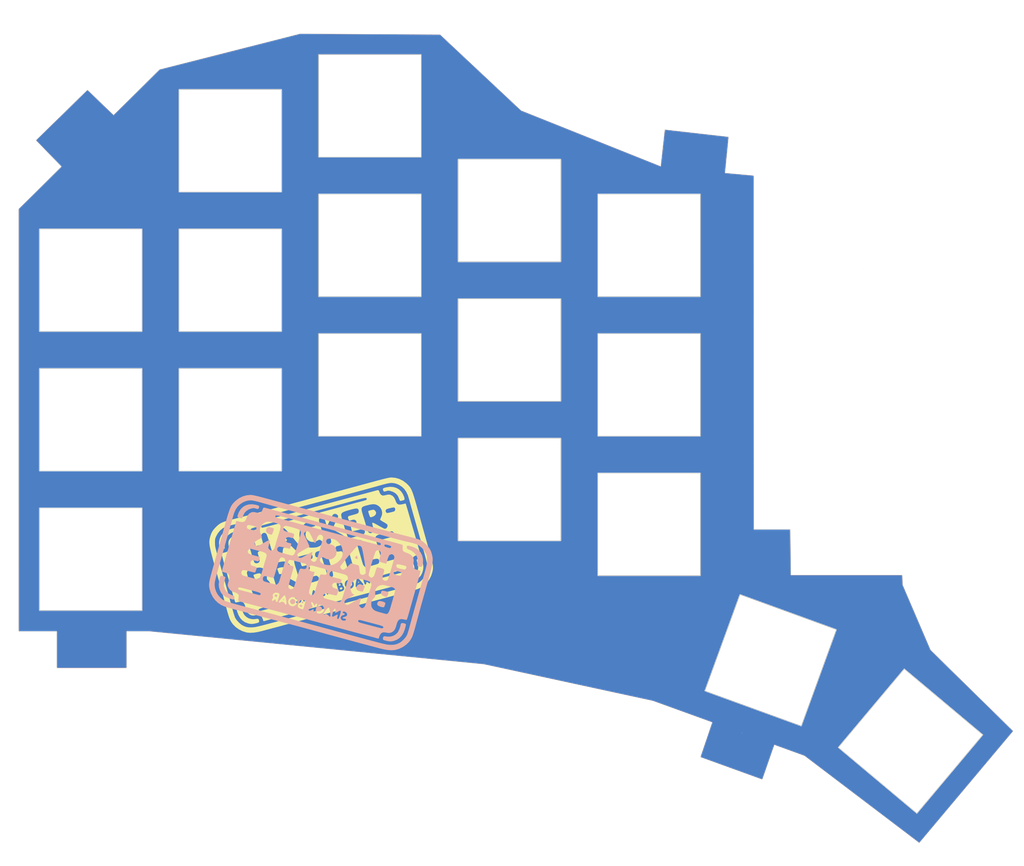
<source format=kicad_pcb>
(kicad_pcb (version 20221018) (generator pcbnew)
  (layers (0 "F.Cu" signal) (31 "B.Cu" signal) (34 "B.Paste" user) (35 "F.Paste" user) (36 "B.SilkS" user "B.Silkscreen") (37 "F.SilkS" user "F.Silkscreen") (38 "B.Mask" user) (39 "F.Mask" user) (44 "Edge.Cuts" user))
  (net 0 "")
  (net 1 "gnd")
  (footprint "ScottoKeebs_Cutout:Cutout_MX_1.00u" (layer "F.Cu") (at 39.8145 82.4865)
    (fp_text reference "SW2" hide)
    (fp_text value "SW_Push" hide)
    (fp_line (start -7 -7) (end -7 7) (stroke (width 0.1)) (layer "Edge.Cuts"))
    (fp_line (start -7 7) (end 7 7) (stroke (width 0.1)) (layer "Edge.Cuts"))
    (fp_line (start 7 -7) (end -7 -7) (stroke (width 0.1)) (layer "Edge.Cuts"))
    (fp_line (start 7 7) (end 7 -7) (stroke (width 0.1)) (layer "Edge.Cuts"))
  )
  (footprint "ScottoKeebs_Cutout:Cutout_MX_1.00u" (layer "F.Cu") (at 58.8645 63.4365)
    (fp_text reference "SW3" hide)
    (fp_text value "SW_Push" hide)
    (fp_line (start -7 -7) (end -7 7) (stroke (width 0.1)) (layer "Edge.Cuts"))
    (fp_line (start -7 7) (end 7 7) (stroke (width 0.1)) (layer "Edge.Cuts"))
    (fp_line (start 7 -7) (end -7 -7) (stroke (width 0.1)) (layer "Edge.Cuts"))
    (fp_line (start 7 7) (end 7 -7) (stroke (width 0.1)) (layer "Edge.Cuts"))
  )
  (footprint "ScottoKeebs_Cutout:Cutout_MX_1.00u" (layer "F.Cu") (at 77.9145 58.674)
    (fp_text reference "SW4" hide)
    (fp_text value "SW_Push" hide)
    (fp_line (start -7 -7) (end -7 7) (stroke (width 0.1)) (layer "Edge.Cuts"))
    (fp_line (start -7 7) (end 7 7) (stroke (width 0.1)) (layer "Edge.Cuts"))
    (fp_line (start 7 -7) (end -7 -7) (stroke (width 0.1)) (layer "Edge.Cuts"))
    (fp_line (start 7 7) (end 7 -7) (stroke (width 0.1)) (layer "Edge.Cuts"))
  )
  (footprint "ScottoKeebs_Cutout:Cutout_MX_1.00u" (layer "F.Cu") (at 96.9645 72.9615)
    (fp_text reference "SW5" hide)
    (fp_text value "SW_Push" hide)
    (fp_line (start -7 -7) (end -7 7) (stroke (width 0.1)) (layer "Edge.Cuts"))
    (fp_line (start -7 7) (end 7 7) (stroke (width 0.1)) (layer "Edge.Cuts"))
    (fp_line (start 7 -7) (end -7 -7) (stroke (width 0.1)) (layer "Edge.Cuts"))
    (fp_line (start 7 7) (end 7 -7) (stroke (width 0.1)) (layer "Edge.Cuts"))
  )
  (footprint "ScottoKeebs_Cutout:Cutout_MX_1.00u" (layer "F.Cu") (at 116.0145 77.724)
    (fp_text reference "SW6" hide)
    (fp_text value "SW_Push" hide)
    (fp_line (start -7 -7) (end -7 7) (stroke (width 0.1)) (layer "Edge.Cuts"))
    (fp_line (start -7 7) (end 7 7) (stroke (width 0.1)) (layer "Edge.Cuts"))
    (fp_line (start 7 -7) (end -7 -7) (stroke (width 0.1)) (layer "Edge.Cuts"))
    (fp_line (start 7 7) (end 7 -7) (stroke (width 0.1)) (layer "Edge.Cuts"))
  )
  (footprint "ScottoKeebs_Cutout:Cutout_MX_1.00u" (layer "F.Cu") (at 39.8145 101.5365)
    (fp_text reference "SW8" hide)
    (fp_text value "SW_Push" hide)
    (fp_line (start -7 -7) (end -7 7) (stroke (width 0.1)) (layer "Edge.Cuts"))
    (fp_line (start -7 7) (end 7 7) (stroke (width 0.1)) (layer "Edge.Cuts"))
    (fp_line (start 7 -7) (end -7 -7) (stroke (width 0.1)) (layer "Edge.Cuts"))
    (fp_line (start 7 7) (end 7 -7) (stroke (width 0.1)) (layer "Edge.Cuts"))
  )
  (footprint "ScottoKeebs_Cutout:Cutout_MX_1.00u" (layer "F.Cu") (at 58.8645 82.4865)
    (fp_text reference "SW9" hide)
    (fp_text value "SW_Push" hide)
    (fp_line (start -7 -7) (end -7 7) (stroke (width 0.1)) (layer "Edge.Cuts"))
    (fp_line (start -7 7) (end 7 7) (stroke (width 0.1)) (layer "Edge.Cuts"))
    (fp_line (start 7 -7) (end -7 -7) (stroke (width 0.1)) (layer "Edge.Cuts"))
    (fp_line (start 7 7) (end 7 -7) (stroke (width 0.1)) (layer "Edge.Cuts"))
  )
  (footprint "ScottoKeebs_Cutout:Cutout_MX_1.00u" (layer "F.Cu") (at 77.9145 77.724)
    (fp_text reference "SW10" hide)
    (fp_text value "SW_Push" hide)
    (fp_line (start -7 -7) (end -7 7) (stroke (width 0.1)) (layer "Edge.Cuts"))
    (fp_line (start -7 7) (end 7 7) (stroke (width 0.1)) (layer "Edge.Cuts"))
    (fp_line (start 7 -7) (end -7 -7) (stroke (width 0.1)) (layer "Edge.Cuts"))
    (fp_line (start 7 7) (end 7 -7) (stroke (width 0.1)) (layer "Edge.Cuts"))
  )
  (footprint "ScottoKeebs_Cutout:Cutout_MX_1.00u" (layer "F.Cu") (at 96.9645 92.0115)
    (fp_text reference "SW11" hide)
    (fp_text value "SW_Push" hide)
    (fp_line (start -7 -7) (end -7 7) (stroke (width 0.1)) (layer "Edge.Cuts"))
    (fp_line (start -7 7) (end 7 7) (stroke (width 0.1)) (layer "Edge.Cuts"))
    (fp_line (start 7 -7) (end -7 -7) (stroke (width 0.1)) (layer "Edge.Cuts"))
    (fp_line (start 7 7) (end 7 -7) (stroke (width 0.1)) (layer "Edge.Cuts"))
  )
  (footprint "ScottoKeebs_Cutout:Cutout_MX_1.00u" (layer "F.Cu") (at 116.0145 96.774)
    (fp_text reference "SW12" hide)
    (fp_text value "SW_Push" hide)
    (fp_line (start -7 -7) (end -7 7) (stroke (width 0.1)) (layer "Edge.Cuts"))
    (fp_line (start -7 7) (end 7 7) (stroke (width 0.1)) (layer "Edge.Cuts"))
    (fp_line (start 7 -7) (end -7 -7) (stroke (width 0.1)) (layer "Edge.Cuts"))
    (fp_line (start 7 7) (end 7 -7) (stroke (width 0.1)) (layer "Edge.Cuts"))
  )
  (footprint "ScottoKeebs_Cutout:Cutout_MX_1.00u" (layer "F.Cu") (at 39.8145 120.5865)
    (fp_text reference "SW14" hide)
    (fp_text value "SW_Push" hide)
    (fp_line (start -7 -7) (end -7 7) (stroke (width 0.1)) (layer "Edge.Cuts"))
    (fp_line (start -7 7) (end 7 7) (stroke (width 0.1)) (layer "Edge.Cuts"))
    (fp_line (start 7 -7) (end -7 -7) (stroke (width 0.1)) (layer "Edge.Cuts"))
    (fp_line (start 7 7) (end 7 -7) (stroke (width 0.1)) (layer "Edge.Cuts"))
  )
  (footprint "ScottoKeebs_Cutout:Cutout_MX_1.00u" (layer "F.Cu") (at 58.8645 101.5365)
    (fp_text reference "SW15" hide)
    (fp_text value "SW_Push" hide)
    (fp_line (start -7 -7) (end -7 7) (stroke (width 0.1)) (layer "Edge.Cuts"))
    (fp_line (start -7 7) (end 7 7) (stroke (width 0.1)) (layer "Edge.Cuts"))
    (fp_line (start 7 -7) (end -7 -7) (stroke (width 0.1)) (layer "Edge.Cuts"))
    (fp_line (start 7 7) (end 7 -7) (stroke (width 0.1)) (layer "Edge.Cuts"))
  )
  (footprint "ScottoKeebs_Cutout:Cutout_MX_1.00u" (layer "F.Cu") (at 96.9645 111.0615)
    (fp_text reference "SW17" hide)
    (fp_text value "SW_Push" hide)
    (fp_line (start -7 -7) (end -7 7) (stroke (width 0.1)) (layer "Edge.Cuts"))
    (fp_line (start -7 7) (end 7 7) (stroke (width 0.1)) (layer "Edge.Cuts"))
    (fp_line (start 7 -7) (end -7 -7) (stroke (width 0.1)) (layer "Edge.Cuts"))
    (fp_line (start 7 7) (end 7 -7) (stroke (width 0.1)) (layer "Edge.Cuts"))
  )
  (footprint "ScottoKeebs_Cutout:Cutout_MX_1.00u" (layer "F.Cu") (at 132.602994 134.382516 -20)
    (fp_text reference "SW20" hide)
    (fp_text value "SW_Push" hide)
    (fp_line (start -7 -7) (end -7 7) (stroke (width 0.1)) (layer "Edge.Cuts"))
    (fp_line (start -7 7) (end 7 7) (stroke (width 0.1)) (layer "Edge.Cuts"))
    (fp_line (start 7 -7) (end -7 -7) (stroke (width 0.1)) (layer "Edge.Cuts"))
    (fp_line (start 7 7) (end 7 -7) (stroke (width 0.1)) (layer "Edge.Cuts"))
  )
  (footprint "ScottoKeebs_Cutout:Cutout_MX_1.00u" (layer "F.Cu") (at 151.700647 145.425812 -40)
    (fp_text reference "SW21" hide)
    (fp_text value "SW_Push" hide)
    (fp_line (start -7 -7) (end -7 7) (stroke (width 0.1)) (layer "Edge.Cuts"))
    (fp_line (start -7 7) (end 7 7) (stroke (width 0.1)) (layer "Edge.Cuts"))
    (fp_line (start 7 -7) (end -7 -7) (stroke (width 0.1)) (layer "Edge.Cuts"))
    (fp_line (start 7 7) (end 7 -7) (stroke (width 0.1)) (layer "Edge.Cuts"))
  )
  (footprint "ScottoKeebs_Cutout:Cutout_MX_1.00u" (layer "F.Cu") (at 116.0145 115.824)
    (fp_text reference "SW18" hide)
    (fp_text value "SW_Push" hide)
    (fp_line (start -7 -7) (end -7 7) (stroke (width 0.1)) (layer "Edge.Cuts"))
    (fp_line (start -7 7) (end 7 7) (stroke (width 0.1)) (layer "Edge.Cuts"))
    (fp_line (start 7 -7) (end -7 -7) (stroke (width 0.1)) (layer "Edge.Cuts"))
    (fp_line (start 7 7) (end 7 -7) (stroke (width 0.1)) (layer "Edge.Cuts"))
  )
  (footprint "ScottoKeebs_Cutout:Cutout_MX_1.00u" (layer "F.Cu") (at 77.9145 96.774)
    (fp_text reference "SW16" hide)
    (fp_text value "SW_Push" hide)
    (fp_line (start -7 -7) (end -7 7) (stroke (width 0.1)) (layer "Edge.Cuts"))
    (fp_line (start -7 7) (end 7 7) (stroke (width 0.1)) (layer "Edge.Cuts"))
    (fp_line (start 7 -7) (end -7 -7) (stroke (width 0.1)) (layer "Edge.Cuts"))
    (fp_line (start 7 7) (end 7 -7) (stroke (width 0.1)) (layer "Edge.Cuts"))
  )
  (footprint "logo:brettle_logo" (layer "F.Cu") (at 71.11 119.93)
    (fp_text reference "G***" hide)
    (fp_text value "LOGO" hide)
  )
  (footprint "logo:brettle_logo" (layer "B.Cu") (at 71.379901 122.312036 180)
    (fp_text reference "G***" hide)
    (fp_text value "LOGO" hide)
  )
  (gr_line (start 87.5 48.94) (end 98.552 59.309) (stroke (width 0.05)) (layer "Edge.Cuts"))
  (gr_line (start 35.18 135.45) (end 44.71 135.45) (stroke (width 0.05)) (layer "Edge.Cuts"))
  (gr_line (start 135.37 122.75) (end 150.58 122.75) (stroke (width 0.05)) (layer "Edge.Cuts"))
  (gr_line (start 126.87 62.91) (end 126.38 67.84) (stroke (width 0.05)) (layer "Edge.Cuts"))
  (gr_line (start 39.37 56.49) (end 42.934191 59.923834) (stroke (width 0.05)) (layer "Edge.Cuts"))
  (gr_line (start 35.18 130.429) (end 29.972 130.429) (stroke (width 0.05)) (layer "Edge.Cuts"))
  (gr_line (start 98.552 59.309) (end 117.602 66.929) (stroke (width 0.05)) (layer "Edge.Cuts"))
  (gr_line (start 128.648605 144.321419) (end 128.648605 144.321419) (stroke (width 0.05)) (layer "Edge.Cuts"))
  (gr_line (start 130.302 80.899) (end 130.32 116.52) (stroke (width 0.05)) (layer "Edge.Cuts"))
  (gr_line (start 145.07 80.899) (end 145.07 80.899) (stroke (width 0.05)) (layer "Edge.Cuts"))
  (gr_line (start 29.972 130.429) (end 29.972 129.159) (stroke (width 0.05)) (layer "Edge.Cuts"))
  (gr_line (start 135.29 116.52) (end 135.37 122.75) (stroke (width 0.05)) (layer "Edge.Cuts"))
  (gr_line (start 47.752 130.429) (end 93.46 134.93) (stroke (width 0.05)) (layer "Edge.Cuts"))
  (gr_line (start 123.02 147.61) (end 131.47 150.67) (stroke (width 0.05)) (layer "Edge.Cuts"))
  (gr_line (start 130.32 116.52) (end 135.29 116.52) (stroke (width 0.05)) (layer "Edge.Cuts"))
  (gr_line (start 35.818536 66.96922) (end 32.33 63.38) (stroke (width 0.05)) (layer "Edge.Cuts"))
  (gr_line (start 117.602 66.929) (end 118.16 61.92) (stroke (width 0.05)) (layer "Edge.Cuts"))
  (gr_line (start 29.972 129.159) (end 29.97 72.76) (stroke (width 0.05)) (layer "Edge.Cuts"))
  (gr_line (start 29.97 72.76) (end 35.818536 66.96922) (stroke (width 0.05)) (layer "Edge.Cuts"))
  (gr_line (start 154.432 132.969) (end 165.71 144.05) (stroke (width 0.05)) (layer "Edge.Cuts"))
  (gr_line (start 47.752 130.429) (end 44.71 130.429) (stroke (width 0.05)) (layer "Edge.Cuts"))
  (gr_line (start 93.46 134.93) (end 116.54 139.93) (stroke (width 0.05)) (layer "Edge.Cuts"))
  (gr_line (start 116.54 139.93) (end 124.63 142.86) (stroke (width 0.05)) (layer "Edge.Cuts"))
  (gr_line (start 130.302 68.199) (end 130.302 80.899) (stroke (width 0.05)) (layer "Edge.Cuts"))
  (gr_line (start 32.33 63.38) (end 39.37 56.49) (stroke (width 0.05)) (layer "Edge.Cuts"))
  (gr_line (start 42.934191 59.923834) (end 49.21 53.71) (stroke (width 0.05)) (layer "Edge.Cuts"))
  (gr_line (start 165.71 144.05) (end 152.89 159.33) (stroke (width 0.05)) (layer "Edge.Cuts"))
  (gr_line (start 118.16 61.92) (end 126.87 62.91) (stroke (width 0.05)) (layer "Edge.Cuts"))
  (gr_line (start 133.110183 145.939496) (end 131.47 150.67) (stroke (width 0.05)) (layer "Edge.Cuts"))
  (gr_line (start 124.63 142.86) (end 123.02 147.61) (stroke (width 0.05)) (layer "Edge.Cuts"))
  (gr_line (start 68.38 48.83) (end 87.5 48.94) (stroke (width 0.05)) (layer "Edge.Cuts"))
  (gr_line (start 152.89 159.33) (end 137.22 147.43) (stroke (width 0.05)) (layer "Edge.Cuts"))
  (gr_line (start 133.110183 145.939496) (end 137.22 147.43) (stroke (width 0.05)) (layer "Edge.Cuts"))
  (gr_line (start 150.58 122.75) (end 150.622 124.079) (stroke (width 0.05)) (layer "Edge.Cuts"))
  (gr_line (start 44.71 135.45) (end 44.71 130.429) (stroke (width 0.05)) (layer "Edge.Cuts"))
  (gr_line (start 35.18 130.429) (end 35.18 135.45) (stroke (width 0.05)) (layer "Edge.Cuts"))
  (gr_line (start 49.21 53.71) (end 68.38 48.83) (stroke (width 0.05)) (layer "Edge.Cuts"))
  (gr_line (start 128.648605 144.321419) (end 128.648605 144.321419) (stroke (width 0.05)) (layer "Edge.Cuts"))
  (gr_line (start 154.432 132.969) (end 150.622 124.079) (stroke (width 0.05)) (layer "Edge.Cuts"))
  (gr_line (start 126.38 67.84) (end 130.302 68.199) (stroke (width 0.05)) (layer "Edge.Cuts"))
  (zone (net 1) (net_name "gnd") (layer "F.Cu") (connect_pads (clearance 0.508)) (min_thickness 0.254) (fill yes (thermal_gap 0.508) (thermal_bridge_width 0.508))
    (polygon (pts (xy 27.432 48.133) (xy 161.925 44.221001) (xy 167.19 162.48) (xy 27.94 136.525)))
  )
  (zone (net 1) (net_name "gnd") (layer "B.Cu") (connect_pads (clearance 0.254)) (min_thickness 0.254) (fill yes (thermal_gap 0.508) (thermal_bridge_width 0.508))
    (polygon (pts (xy 27.432 48.133) (xy 161.798 44.221001) (xy 167.19 162.32) (xy 27.432 136.525)))
  )
)
</source>
